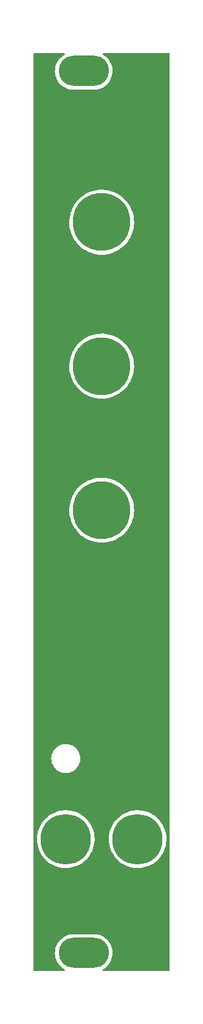
<source format=gbr>
%TF.GenerationSoftware,KiCad,Pcbnew,6.0.7+dfsg-1~bpo11+1*%
%TF.CreationDate,2022-10-26T04:05:09+08:00*%
%TF.ProjectId,MiniDelay v1.0 - Front,4d696e69-4465-46c6-9179-2076312e3020,rev?*%
%TF.SameCoordinates,Original*%
%TF.FileFunction,Copper,L1,Top*%
%TF.FilePolarity,Positive*%
%FSLAX46Y46*%
G04 Gerber Fmt 4.6, Leading zero omitted, Abs format (unit mm)*
G04 Created by KiCad (PCBNEW 6.0.7+dfsg-1~bpo11+1) date 2022-10-26 04:05:09*
%MOMM*%
%LPD*%
G01*
G04 APERTURE LIST*
%TA.AperFunction,ComponentPad*%
%ADD10C,8.000000*%
%TD*%
%TA.AperFunction,ComponentPad*%
%ADD11C,7.000000*%
%TD*%
%TA.AperFunction,ComponentPad*%
%ADD12O,7.000000X4.200000*%
%TD*%
G04 APERTURE END LIST*
D10*
%TO.P,REF\u002A\u002A,*%
%TO.N,*%
X110000000Y-84000000D03*
%TD*%
%TO.P,REF\u002A\u002A,*%
%TO.N,*%
X110000000Y-64000000D03*
%TD*%
D11*
%TO.P,REF\u002A\u002A,*%
%TO.N,*%
X105000000Y-149700000D03*
%TD*%
D12*
%TO.P,REF\u002A\u002A,*%
%TO.N,*%
X107500000Y-43000000D03*
X107500000Y-165500000D03*
%TD*%
D11*
%TO.P,REF\u002A\u002A,*%
%TO.N,*%
X115000000Y-149700000D03*
%TD*%
D10*
%TO.P,REF\u002A\u002A,*%
%TO.N,*%
X110000000Y-104000000D03*
%TD*%
%TA.AperFunction,NonConductor*%
G36*
X104794600Y-40528502D02*
G01*
X104841093Y-40582158D01*
X104851197Y-40652432D01*
X104821703Y-40717012D01*
X104792314Y-40741933D01*
X104684224Y-40808171D01*
X104600983Y-40859181D01*
X104597979Y-40861571D01*
X104597974Y-40861574D01*
X104429370Y-40995688D01*
X104351256Y-41057823D01*
X104127599Y-41285418D01*
X104125254Y-41288474D01*
X103988195Y-41467093D01*
X103933346Y-41538573D01*
X103771393Y-41813515D01*
X103644154Y-42106145D01*
X103553526Y-42412100D01*
X103500860Y-42726819D01*
X103486941Y-43045611D01*
X103511977Y-43363723D01*
X103575594Y-43676412D01*
X103676845Y-43979018D01*
X103814219Y-44267029D01*
X103985669Y-44536151D01*
X103988112Y-44539114D01*
X103988113Y-44539116D01*
X104135016Y-44717323D01*
X104188639Y-44782373D01*
X104420102Y-45002024D01*
X104676609Y-45191829D01*
X104679942Y-45193715D01*
X104679947Y-45193718D01*
X104839104Y-45283765D01*
X104954336Y-45348960D01*
X104957879Y-45350427D01*
X104957884Y-45350430D01*
X105135032Y-45423806D01*
X105249142Y-45471072D01*
X105351532Y-45499467D01*
X105552916Y-45555317D01*
X105552924Y-45555319D01*
X105556632Y-45556347D01*
X105872222Y-45603512D01*
X105875520Y-45603656D01*
X105985090Y-45608440D01*
X105985094Y-45608440D01*
X105986466Y-45608500D01*
X108981047Y-45608500D01*
X109218500Y-45593977D01*
X109222283Y-45593276D01*
X109222290Y-45593275D01*
X109375376Y-45564901D01*
X109532252Y-45535826D01*
X109742300Y-45469598D01*
X109832907Y-45441030D01*
X109832910Y-45441029D01*
X109836579Y-45439872D01*
X109840076Y-45438278D01*
X109840082Y-45438276D01*
X110123436Y-45309145D01*
X110123440Y-45309143D01*
X110126944Y-45307546D01*
X110312694Y-45193718D01*
X110395739Y-45142828D01*
X110395742Y-45142826D01*
X110399017Y-45140819D01*
X110402021Y-45138429D01*
X110402026Y-45138426D01*
X110645733Y-44944572D01*
X110648744Y-44942177D01*
X110872401Y-44714582D01*
X111009316Y-44536151D01*
X111064304Y-44464490D01*
X111064306Y-44464486D01*
X111066654Y-44461427D01*
X111228607Y-44186485D01*
X111355846Y-43893855D01*
X111446474Y-43587900D01*
X111499140Y-43273181D01*
X111513059Y-42954389D01*
X111488023Y-42636277D01*
X111424406Y-42323588D01*
X111323155Y-42020982D01*
X111185781Y-41732971D01*
X111014331Y-41463849D01*
X110867244Y-41285418D01*
X110813804Y-41220590D01*
X110813800Y-41220585D01*
X110811361Y-41217627D01*
X110579898Y-40997976D01*
X110323391Y-40808171D01*
X110320052Y-40806282D01*
X110320046Y-40806278D01*
X110210262Y-40744165D01*
X110160822Y-40693212D01*
X110146778Y-40623618D01*
X110172588Y-40557479D01*
X110230059Y-40515794D01*
X110272307Y-40508500D01*
X119365500Y-40508500D01*
X119433621Y-40528502D01*
X119480114Y-40582158D01*
X119491500Y-40634500D01*
X119491500Y-167865500D01*
X119471498Y-167933621D01*
X119417842Y-167980114D01*
X119365500Y-167991500D01*
X110273521Y-167991500D01*
X110205400Y-167971498D01*
X110158907Y-167917842D01*
X110148803Y-167847568D01*
X110178297Y-167782988D01*
X110207686Y-167758067D01*
X110395739Y-167642828D01*
X110395742Y-167642826D01*
X110399017Y-167640819D01*
X110402021Y-167638429D01*
X110402026Y-167638426D01*
X110645733Y-167444572D01*
X110648744Y-167442177D01*
X110872401Y-167214582D01*
X111009316Y-167036151D01*
X111064304Y-166964490D01*
X111064306Y-166964486D01*
X111066654Y-166961427D01*
X111228607Y-166686485D01*
X111355846Y-166393855D01*
X111446474Y-166087900D01*
X111499140Y-165773181D01*
X111513059Y-165454389D01*
X111488023Y-165136277D01*
X111424406Y-164823588D01*
X111323155Y-164520982D01*
X111185781Y-164232971D01*
X111014331Y-163963849D01*
X110867244Y-163785418D01*
X110813804Y-163720590D01*
X110813800Y-163720585D01*
X110811361Y-163717627D01*
X110579898Y-163497976D01*
X110323391Y-163308171D01*
X110320058Y-163306285D01*
X110320053Y-163306282D01*
X110122417Y-163194465D01*
X110045664Y-163151040D01*
X110042121Y-163149573D01*
X110042116Y-163149570D01*
X109823386Y-163058970D01*
X109750858Y-163028928D01*
X109648468Y-163000533D01*
X109447084Y-162944683D01*
X109447076Y-162944681D01*
X109443368Y-162943653D01*
X109127778Y-162896488D01*
X109124480Y-162896344D01*
X109014910Y-162891560D01*
X109014906Y-162891560D01*
X109013534Y-162891500D01*
X106018953Y-162891500D01*
X105781500Y-162906023D01*
X105777717Y-162906724D01*
X105777710Y-162906725D01*
X105624624Y-162935098D01*
X105467748Y-162964174D01*
X105286491Y-163021324D01*
X105167093Y-163058970D01*
X105167090Y-163058971D01*
X105163421Y-163060128D01*
X105159924Y-163061722D01*
X105159918Y-163061724D01*
X104876564Y-163190855D01*
X104876560Y-163190857D01*
X104873056Y-163192454D01*
X104869777Y-163194464D01*
X104869774Y-163194465D01*
X104684224Y-163308171D01*
X104600983Y-163359181D01*
X104597979Y-163361571D01*
X104597974Y-163361574D01*
X104429370Y-163495688D01*
X104351256Y-163557823D01*
X104127599Y-163785418D01*
X104125254Y-163788474D01*
X103988195Y-163967093D01*
X103933346Y-164038573D01*
X103771393Y-164313515D01*
X103644154Y-164606145D01*
X103553526Y-164912100D01*
X103500860Y-165226819D01*
X103486941Y-165545611D01*
X103511977Y-165863723D01*
X103575594Y-166176412D01*
X103676845Y-166479018D01*
X103814219Y-166767029D01*
X103985669Y-167036151D01*
X103988112Y-167039114D01*
X103988113Y-167039116D01*
X104135016Y-167217323D01*
X104188639Y-167282373D01*
X104420102Y-167502024D01*
X104676609Y-167691829D01*
X104679948Y-167693718D01*
X104679954Y-167693722D01*
X104789738Y-167755835D01*
X104839178Y-167806788D01*
X104853222Y-167876382D01*
X104827412Y-167942521D01*
X104769941Y-167984206D01*
X104727693Y-167991500D01*
X100634500Y-167991500D01*
X100566379Y-167971498D01*
X100519886Y-167917842D01*
X100508500Y-167865500D01*
X100508500Y-149643965D01*
X100987057Y-149643965D01*
X101000741Y-150035827D01*
X101052599Y-150424484D01*
X101142136Y-150806225D01*
X101268496Y-151177407D01*
X101430475Y-151534487D01*
X101626525Y-151874056D01*
X101628314Y-151876554D01*
X101628316Y-151876558D01*
X101728047Y-152015860D01*
X101854776Y-152192874D01*
X102113049Y-152487896D01*
X102398878Y-152756308D01*
X102709536Y-152995546D01*
X102712139Y-152997173D01*
X102712144Y-152997176D01*
X102831576Y-153071805D01*
X103042056Y-153203328D01*
X103393266Y-153377670D01*
X103759812Y-153516907D01*
X104138195Y-153619712D01*
X104436419Y-153670153D01*
X104521783Y-153684591D01*
X104521786Y-153684591D01*
X104524805Y-153685102D01*
X104679444Y-153695916D01*
X104912885Y-153712240D01*
X104912893Y-153712240D01*
X104915951Y-153712454D01*
X105168037Y-153705413D01*
X105304825Y-153701592D01*
X105304828Y-153701592D01*
X105307899Y-153701506D01*
X105310952Y-153701120D01*
X105310956Y-153701120D01*
X105452576Y-153683229D01*
X105696908Y-153652362D01*
X105699912Y-153651680D01*
X105699915Y-153651679D01*
X106076269Y-153566174D01*
X106076275Y-153566172D01*
X106079265Y-153565493D01*
X106082184Y-153564522D01*
X106448396Y-153442700D01*
X106448402Y-153442698D01*
X106451320Y-153441727D01*
X106592735Y-153378765D01*
X106806722Y-153283492D01*
X106806728Y-153283489D01*
X106809522Y-153282245D01*
X106812191Y-153280729D01*
X107147784Y-153090086D01*
X107147790Y-153090083D01*
X107150452Y-153088570D01*
X107470855Y-152862550D01*
X107767674Y-152606344D01*
X108038074Y-152322395D01*
X108279475Y-152013415D01*
X108489574Y-151682354D01*
X108666363Y-151332370D01*
X108726469Y-151177407D01*
X108807041Y-150969681D01*
X108807044Y-150969672D01*
X108808156Y-150966805D01*
X108913600Y-150589148D01*
X108981688Y-150203004D01*
X109011769Y-149812059D01*
X109013334Y-149700000D01*
X109010594Y-149643965D01*
X110987057Y-149643965D01*
X111000741Y-150035827D01*
X111052599Y-150424484D01*
X111142136Y-150806225D01*
X111268496Y-151177407D01*
X111430475Y-151534487D01*
X111626525Y-151874056D01*
X111628314Y-151876554D01*
X111628316Y-151876558D01*
X111728047Y-152015860D01*
X111854776Y-152192874D01*
X112113049Y-152487896D01*
X112398878Y-152756308D01*
X112709536Y-152995546D01*
X112712139Y-152997173D01*
X112712144Y-152997176D01*
X112831576Y-153071805D01*
X113042056Y-153203328D01*
X113393266Y-153377670D01*
X113759812Y-153516907D01*
X114138195Y-153619712D01*
X114436419Y-153670153D01*
X114521783Y-153684591D01*
X114521786Y-153684591D01*
X114524805Y-153685102D01*
X114679444Y-153695916D01*
X114912885Y-153712240D01*
X114912893Y-153712240D01*
X114915951Y-153712454D01*
X115168037Y-153705413D01*
X115304825Y-153701592D01*
X115304828Y-153701592D01*
X115307899Y-153701506D01*
X115310952Y-153701120D01*
X115310956Y-153701120D01*
X115452576Y-153683229D01*
X115696908Y-153652362D01*
X115699912Y-153651680D01*
X115699915Y-153651679D01*
X116076269Y-153566174D01*
X116076275Y-153566172D01*
X116079265Y-153565493D01*
X116082184Y-153564522D01*
X116448396Y-153442700D01*
X116448402Y-153442698D01*
X116451320Y-153441727D01*
X116592735Y-153378765D01*
X116806722Y-153283492D01*
X116806728Y-153283489D01*
X116809522Y-153282245D01*
X116812191Y-153280729D01*
X117147784Y-153090086D01*
X117147790Y-153090083D01*
X117150452Y-153088570D01*
X117470855Y-152862550D01*
X117767674Y-152606344D01*
X118038074Y-152322395D01*
X118279475Y-152013415D01*
X118489574Y-151682354D01*
X118666363Y-151332370D01*
X118726469Y-151177407D01*
X118807041Y-150969681D01*
X118807044Y-150969672D01*
X118808156Y-150966805D01*
X118913600Y-150589148D01*
X118981688Y-150203004D01*
X119011769Y-149812059D01*
X119013334Y-149700000D01*
X119010594Y-149643965D01*
X118994330Y-149311440D01*
X118994180Y-149308367D01*
X118936901Y-148920473D01*
X118842043Y-148540019D01*
X118710512Y-148170637D01*
X118543564Y-147815854D01*
X118541997Y-147813225D01*
X118541992Y-147813216D01*
X118344361Y-147481689D01*
X118342791Y-147479055D01*
X118340977Y-147476595D01*
X118340972Y-147476587D01*
X118111933Y-147165926D01*
X118111931Y-147165923D01*
X118110111Y-147163455D01*
X117847744Y-146872068D01*
X117558195Y-146607673D01*
X117244228Y-146372795D01*
X117196015Y-146343596D01*
X116911467Y-146171267D01*
X116911458Y-146171262D01*
X116908839Y-146169676D01*
X116555229Y-146000255D01*
X116552339Y-145999203D01*
X116552334Y-145999201D01*
X116189674Y-145867204D01*
X116189671Y-145867203D01*
X116186775Y-145866149D01*
X115910563Y-145795229D01*
X115809977Y-145769403D01*
X115809974Y-145769402D01*
X115806993Y-145768637D01*
X115419508Y-145708651D01*
X115028018Y-145686764D01*
X115024939Y-145686893D01*
X115024936Y-145686893D01*
X114769188Y-145697612D01*
X114636261Y-145703183D01*
X114633217Y-145703611D01*
X114633215Y-145703611D01*
X114422778Y-145733186D01*
X114247976Y-145757753D01*
X113866869Y-145849953D01*
X113496579Y-145978902D01*
X113140638Y-146143369D01*
X112802446Y-146341785D01*
X112642444Y-146458033D01*
X112487711Y-146570453D01*
X112487705Y-146570458D01*
X112485230Y-146572256D01*
X112482944Y-146574285D01*
X112482941Y-146574288D01*
X112403123Y-146645154D01*
X112192017Y-146832583D01*
X112189938Y-146834828D01*
X112189931Y-146834835D01*
X111927694Y-147118026D01*
X111925608Y-147120279D01*
X111688544Y-147432599D01*
X111483089Y-147766562D01*
X111311203Y-148118980D01*
X111174527Y-148486489D01*
X111074367Y-148865581D01*
X111011677Y-149252638D01*
X111011483Y-149255718D01*
X111011483Y-149255720D01*
X111007978Y-149311440D01*
X110987057Y-149643965D01*
X109010594Y-149643965D01*
X108994330Y-149311440D01*
X108994180Y-149308367D01*
X108936901Y-148920473D01*
X108842043Y-148540019D01*
X108710512Y-148170637D01*
X108543564Y-147815854D01*
X108541997Y-147813225D01*
X108541992Y-147813216D01*
X108344361Y-147481689D01*
X108342791Y-147479055D01*
X108340977Y-147476595D01*
X108340972Y-147476587D01*
X108111933Y-147165926D01*
X108111931Y-147165923D01*
X108110111Y-147163455D01*
X107847744Y-146872068D01*
X107558195Y-146607673D01*
X107244228Y-146372795D01*
X107196015Y-146343596D01*
X106911467Y-146171267D01*
X106911458Y-146171262D01*
X106908839Y-146169676D01*
X106555229Y-146000255D01*
X106552339Y-145999203D01*
X106552334Y-145999201D01*
X106189674Y-145867204D01*
X106189671Y-145867203D01*
X106186775Y-145866149D01*
X105910563Y-145795229D01*
X105809977Y-145769403D01*
X105809974Y-145769402D01*
X105806993Y-145768637D01*
X105419508Y-145708651D01*
X105028018Y-145686764D01*
X105024939Y-145686893D01*
X105024936Y-145686893D01*
X104769188Y-145697612D01*
X104636261Y-145703183D01*
X104633217Y-145703611D01*
X104633215Y-145703611D01*
X104422778Y-145733186D01*
X104247976Y-145757753D01*
X103866869Y-145849953D01*
X103496579Y-145978902D01*
X103140638Y-146143369D01*
X102802446Y-146341785D01*
X102642444Y-146458033D01*
X102487711Y-146570453D01*
X102487705Y-146570458D01*
X102485230Y-146572256D01*
X102482944Y-146574285D01*
X102482941Y-146574288D01*
X102403123Y-146645154D01*
X102192017Y-146832583D01*
X102189938Y-146834828D01*
X102189931Y-146834835D01*
X101927694Y-147118026D01*
X101925608Y-147120279D01*
X101688544Y-147432599D01*
X101483089Y-147766562D01*
X101311203Y-148118980D01*
X101174527Y-148486489D01*
X101074367Y-148865581D01*
X101011677Y-149252638D01*
X101011483Y-149255718D01*
X101011483Y-149255720D01*
X101007978Y-149311440D01*
X100987057Y-149643965D01*
X100508500Y-149643965D01*
X100508500Y-138478918D01*
X102986917Y-138478918D01*
X102987334Y-138486156D01*
X103002682Y-138752320D01*
X103055405Y-139021053D01*
X103056792Y-139025103D01*
X103056793Y-139025108D01*
X103142723Y-139276088D01*
X103144112Y-139280144D01*
X103173238Y-139338054D01*
X103242837Y-139476437D01*
X103267160Y-139524799D01*
X103269586Y-139528328D01*
X103269589Y-139528334D01*
X103419843Y-139746953D01*
X103422274Y-139750490D01*
X103606582Y-139953043D01*
X103816675Y-140128707D01*
X103820316Y-140130991D01*
X104045024Y-140271951D01*
X104045028Y-140271953D01*
X104048664Y-140274234D01*
X104116544Y-140304883D01*
X104294345Y-140385164D01*
X104294349Y-140385166D01*
X104298257Y-140386930D01*
X104302377Y-140388150D01*
X104302376Y-140388150D01*
X104556723Y-140463491D01*
X104556727Y-140463492D01*
X104560836Y-140464709D01*
X104565070Y-140465357D01*
X104565075Y-140465358D01*
X104827298Y-140505483D01*
X104827300Y-140505483D01*
X104831540Y-140506132D01*
X104970912Y-140508322D01*
X105101071Y-140510367D01*
X105101077Y-140510367D01*
X105105362Y-140510434D01*
X105377235Y-140477534D01*
X105642127Y-140408041D01*
X105646087Y-140406401D01*
X105646092Y-140406399D01*
X105768632Y-140355641D01*
X105895136Y-140303241D01*
X106131582Y-140165073D01*
X106347089Y-139996094D01*
X106388809Y-139953043D01*
X106534686Y-139802509D01*
X106537669Y-139799431D01*
X106540202Y-139795983D01*
X106540206Y-139795978D01*
X106697257Y-139582178D01*
X106699795Y-139578723D01*
X106727154Y-139528334D01*
X106828418Y-139341830D01*
X106828419Y-139341828D01*
X106830468Y-139338054D01*
X106927269Y-139081877D01*
X106968173Y-138903279D01*
X106987449Y-138819117D01*
X106987450Y-138819113D01*
X106988407Y-138814933D01*
X106996910Y-138719665D01*
X107012531Y-138544627D01*
X107012531Y-138544625D01*
X107012751Y-138542161D01*
X107013193Y-138500000D01*
X107011465Y-138474648D01*
X106994859Y-138231055D01*
X106994858Y-138231049D01*
X106994567Y-138226778D01*
X106939032Y-137958612D01*
X106847617Y-137700465D01*
X106722013Y-137457112D01*
X106712040Y-137442921D01*
X106567008Y-137236562D01*
X106564545Y-137233057D01*
X106378125Y-137032445D01*
X106374810Y-137029731D01*
X106374806Y-137029728D01*
X106169523Y-136861706D01*
X106166205Y-136858990D01*
X105932704Y-136715901D01*
X105928768Y-136714173D01*
X105685873Y-136607549D01*
X105685869Y-136607548D01*
X105681945Y-136605825D01*
X105418566Y-136530800D01*
X105414324Y-136530196D01*
X105414318Y-136530195D01*
X105213834Y-136501662D01*
X105147443Y-136492213D01*
X105003589Y-136491460D01*
X104877877Y-136490802D01*
X104877871Y-136490802D01*
X104873591Y-136490780D01*
X104869347Y-136491339D01*
X104869343Y-136491339D01*
X104750302Y-136507011D01*
X104602078Y-136526525D01*
X104597938Y-136527658D01*
X104597936Y-136527658D01*
X104525008Y-136547609D01*
X104337928Y-136598788D01*
X104333980Y-136600472D01*
X104089982Y-136704546D01*
X104089978Y-136704548D01*
X104086030Y-136706232D01*
X104066125Y-136718145D01*
X103854725Y-136844664D01*
X103854721Y-136844667D01*
X103851043Y-136846868D01*
X103637318Y-137018094D01*
X103448808Y-137216742D01*
X103289002Y-137439136D01*
X103160857Y-137681161D01*
X103159385Y-137685184D01*
X103159383Y-137685188D01*
X103116872Y-137801355D01*
X103066743Y-137938337D01*
X103008404Y-138205907D01*
X102986917Y-138478918D01*
X100508500Y-138478918D01*
X100508500Y-104157512D01*
X105489433Y-104157512D01*
X105489662Y-104160357D01*
X105489662Y-104160360D01*
X105517465Y-104505910D01*
X105522273Y-104565668D01*
X105591969Y-104969168D01*
X105697949Y-105364691D01*
X105839340Y-105748980D01*
X106014979Y-106118874D01*
X106132260Y-106317186D01*
X106193473Y-106420691D01*
X106223418Y-106471326D01*
X106462944Y-106803436D01*
X106731584Y-107112471D01*
X107027126Y-107395886D01*
X107029344Y-107397656D01*
X107029349Y-107397661D01*
X107187132Y-107523617D01*
X107347139Y-107651349D01*
X107349520Y-107652919D01*
X107639482Y-107844113D01*
X107688989Y-107876757D01*
X107691519Y-107878113D01*
X107691518Y-107878113D01*
X107998340Y-108042630D01*
X108049860Y-108070255D01*
X108426784Y-108230250D01*
X108429522Y-108231129D01*
X108813931Y-108354549D01*
X108813935Y-108354550D01*
X108816657Y-108355424D01*
X108819447Y-108356048D01*
X108819452Y-108356049D01*
X109213477Y-108444125D01*
X109213488Y-108444127D01*
X109216271Y-108444749D01*
X109622335Y-108497487D01*
X110031509Y-108513206D01*
X110034371Y-108513056D01*
X110034372Y-108513056D01*
X110437566Y-108491926D01*
X110437573Y-108491925D01*
X110440422Y-108491776D01*
X110443245Y-108491369D01*
X110443247Y-108491369D01*
X110842889Y-108433780D01*
X110842896Y-108433779D01*
X110845711Y-108433373D01*
X111244038Y-108338478D01*
X111246736Y-108337570D01*
X111246743Y-108337568D01*
X111629414Y-108208785D01*
X111629420Y-108208783D01*
X111632126Y-108207872D01*
X112006779Y-108042630D01*
X112364914Y-107844113D01*
X112703583Y-107613954D01*
X113019998Y-107354047D01*
X113022036Y-107352038D01*
X113022043Y-107352031D01*
X113267161Y-107110311D01*
X113311555Y-107066533D01*
X113317261Y-107059781D01*
X113574008Y-106755963D01*
X113574013Y-106755957D01*
X113575854Y-106753778D01*
X113810719Y-106418356D01*
X114014217Y-106063027D01*
X114156815Y-105751567D01*
X114183485Y-105693316D01*
X114183488Y-105693307D01*
X114184674Y-105690718D01*
X114320685Y-105304492D01*
X114421133Y-104907528D01*
X114485189Y-104503095D01*
X114512326Y-104094520D01*
X114513316Y-104000000D01*
X114494741Y-103590947D01*
X114439169Y-103185260D01*
X114347057Y-102786280D01*
X114341460Y-102769255D01*
X114220057Y-102400005D01*
X114220054Y-102399998D01*
X114219164Y-102397290D01*
X114056542Y-102021492D01*
X113860529Y-101661980D01*
X113780190Y-101541971D01*
X113634332Y-101324090D01*
X113634324Y-101324079D01*
X113632740Y-101321713D01*
X113375049Y-101003491D01*
X113196382Y-100819763D01*
X113091567Y-100711980D01*
X113091563Y-100711976D01*
X113089577Y-100709934D01*
X113087419Y-100708084D01*
X113087409Y-100708075D01*
X112780849Y-100445321D01*
X112780844Y-100445317D01*
X112778675Y-100443458D01*
X112776344Y-100441801D01*
X112776337Y-100441796D01*
X112570663Y-100295632D01*
X112444900Y-100206257D01*
X112218345Y-100074399D01*
X112093474Y-100001722D01*
X112093469Y-100001719D01*
X112091001Y-100000283D01*
X111856846Y-99891095D01*
X111722487Y-99828442D01*
X111722477Y-99828438D01*
X111719891Y-99827232D01*
X111717194Y-99826261D01*
X111337314Y-99689495D01*
X111337305Y-99689492D01*
X111334624Y-99688527D01*
X111072247Y-99620183D01*
X110941140Y-99586032D01*
X110941134Y-99586031D01*
X110938371Y-99585311D01*
X110534395Y-99518433D01*
X110531552Y-99518224D01*
X110531550Y-99518224D01*
X110128865Y-99488653D01*
X110126019Y-99488444D01*
X109956043Y-99491411D01*
X109719458Y-99495540D01*
X109719453Y-99495540D01*
X109716607Y-99495590D01*
X109713774Y-99495898D01*
X109713770Y-99495898D01*
X109384896Y-99531625D01*
X109309527Y-99539813D01*
X108908130Y-99620749D01*
X108905402Y-99621562D01*
X108905391Y-99621565D01*
X108592867Y-99714733D01*
X108515721Y-99737731D01*
X108513060Y-99738795D01*
X108513058Y-99738796D01*
X108288927Y-99828442D01*
X108135529Y-99889797D01*
X108132982Y-99891095D01*
X107773227Y-100074399D01*
X107773222Y-100074402D01*
X107770684Y-100075695D01*
X107424189Y-100293894D01*
X107098896Y-100542599D01*
X106797483Y-100819763D01*
X106522430Y-101123104D01*
X106276002Y-101450125D01*
X106060227Y-101798135D01*
X106058947Y-101800691D01*
X106058942Y-101800700D01*
X105949635Y-102018982D01*
X105876881Y-102164269D01*
X105875840Y-102166925D01*
X105875837Y-102166932D01*
X105785561Y-102397290D01*
X105727473Y-102545513D01*
X105726681Y-102548240D01*
X105726677Y-102548251D01*
X105656715Y-102789063D01*
X105613233Y-102938729D01*
X105535101Y-103340681D01*
X105493721Y-103748060D01*
X105489433Y-104157512D01*
X100508500Y-104157512D01*
X100508500Y-84157512D01*
X105489433Y-84157512D01*
X105489662Y-84160357D01*
X105489662Y-84160360D01*
X105517465Y-84505910D01*
X105522273Y-84565668D01*
X105591969Y-84969168D01*
X105697949Y-85364691D01*
X105839340Y-85748980D01*
X106014979Y-86118874D01*
X106132260Y-86317186D01*
X106193473Y-86420691D01*
X106223418Y-86471326D01*
X106462944Y-86803436D01*
X106731584Y-87112471D01*
X107027126Y-87395886D01*
X107029344Y-87397656D01*
X107029349Y-87397661D01*
X107187133Y-87523618D01*
X107347139Y-87651349D01*
X107349520Y-87652919D01*
X107639482Y-87844113D01*
X107688989Y-87876757D01*
X107691519Y-87878113D01*
X107691518Y-87878113D01*
X107998340Y-88042630D01*
X108049860Y-88070255D01*
X108426784Y-88230250D01*
X108429522Y-88231129D01*
X108813931Y-88354549D01*
X108813935Y-88354550D01*
X108816657Y-88355424D01*
X108819447Y-88356048D01*
X108819452Y-88356049D01*
X109213477Y-88444125D01*
X109213488Y-88444127D01*
X109216271Y-88444749D01*
X109622335Y-88497487D01*
X110031509Y-88513206D01*
X110034371Y-88513056D01*
X110034372Y-88513056D01*
X110437566Y-88491926D01*
X110437573Y-88491925D01*
X110440422Y-88491776D01*
X110443245Y-88491369D01*
X110443247Y-88491369D01*
X110842889Y-88433780D01*
X110842896Y-88433779D01*
X110845711Y-88433373D01*
X111244038Y-88338478D01*
X111246736Y-88337570D01*
X111246743Y-88337568D01*
X111629414Y-88208785D01*
X111629420Y-88208783D01*
X111632126Y-88207872D01*
X112006779Y-88042630D01*
X112364914Y-87844113D01*
X112703583Y-87613954D01*
X113019998Y-87354047D01*
X113022036Y-87352038D01*
X113022043Y-87352031D01*
X113267161Y-87110311D01*
X113311555Y-87066533D01*
X113317261Y-87059781D01*
X113574008Y-86755963D01*
X113574013Y-86755957D01*
X113575854Y-86753778D01*
X113810719Y-86418356D01*
X114014217Y-86063027D01*
X114156815Y-85751567D01*
X114183485Y-85693316D01*
X114183488Y-85693307D01*
X114184674Y-85690718D01*
X114320685Y-85304492D01*
X114421133Y-84907528D01*
X114485189Y-84503095D01*
X114512326Y-84094520D01*
X114513316Y-84000000D01*
X114494741Y-83590947D01*
X114439169Y-83185260D01*
X114347057Y-82786280D01*
X114341460Y-82769255D01*
X114220057Y-82400005D01*
X114220054Y-82399998D01*
X114219164Y-82397290D01*
X114056542Y-82021492D01*
X113860529Y-81661980D01*
X113780190Y-81541971D01*
X113634332Y-81324090D01*
X113634324Y-81324079D01*
X113632740Y-81321713D01*
X113375049Y-81003491D01*
X113196382Y-80819763D01*
X113091567Y-80711980D01*
X113091563Y-80711976D01*
X113089577Y-80709934D01*
X113087419Y-80708084D01*
X113087409Y-80708075D01*
X112780849Y-80445321D01*
X112780844Y-80445317D01*
X112778675Y-80443458D01*
X112776344Y-80441801D01*
X112776337Y-80441796D01*
X112570663Y-80295632D01*
X112444900Y-80206257D01*
X112218345Y-80074399D01*
X112093474Y-80001722D01*
X112093469Y-80001719D01*
X112091001Y-80000283D01*
X111856846Y-79891095D01*
X111722487Y-79828442D01*
X111722477Y-79828438D01*
X111719891Y-79827232D01*
X111717194Y-79826261D01*
X111337314Y-79689495D01*
X111337305Y-79689492D01*
X111334624Y-79688527D01*
X111072247Y-79620183D01*
X110941140Y-79586032D01*
X110941134Y-79586031D01*
X110938371Y-79585311D01*
X110534395Y-79518433D01*
X110531552Y-79518224D01*
X110531550Y-79518224D01*
X110128865Y-79488653D01*
X110126019Y-79488444D01*
X109956043Y-79491411D01*
X109719458Y-79495540D01*
X109719453Y-79495540D01*
X109716607Y-79495590D01*
X109713774Y-79495898D01*
X109713770Y-79495898D01*
X109384896Y-79531625D01*
X109309527Y-79539813D01*
X108908130Y-79620749D01*
X108905402Y-79621562D01*
X108905391Y-79621565D01*
X108592867Y-79714733D01*
X108515721Y-79737731D01*
X108513060Y-79738795D01*
X108513058Y-79738796D01*
X108288927Y-79828442D01*
X108135529Y-79889797D01*
X108132982Y-79891095D01*
X107773227Y-80074399D01*
X107773222Y-80074402D01*
X107770684Y-80075695D01*
X107424189Y-80293894D01*
X107098896Y-80542599D01*
X106797483Y-80819763D01*
X106522430Y-81123104D01*
X106276002Y-81450125D01*
X106060227Y-81798135D01*
X106058947Y-81800691D01*
X106058942Y-81800700D01*
X105949635Y-82018982D01*
X105876881Y-82164269D01*
X105875840Y-82166925D01*
X105875837Y-82166932D01*
X105785561Y-82397290D01*
X105727473Y-82545513D01*
X105726681Y-82548240D01*
X105726677Y-82548251D01*
X105656715Y-82789063D01*
X105613233Y-82938729D01*
X105535101Y-83340681D01*
X105493721Y-83748060D01*
X105489433Y-84157512D01*
X100508500Y-84157512D01*
X100508500Y-64157512D01*
X105489433Y-64157512D01*
X105489662Y-64160357D01*
X105489662Y-64160360D01*
X105517465Y-64505910D01*
X105522273Y-64565668D01*
X105591969Y-64969168D01*
X105697949Y-65364691D01*
X105839340Y-65748980D01*
X106014979Y-66118874D01*
X106132260Y-66317186D01*
X106193473Y-66420691D01*
X106223418Y-66471326D01*
X106462944Y-66803436D01*
X106731584Y-67112471D01*
X107027126Y-67395886D01*
X107029344Y-67397656D01*
X107029349Y-67397661D01*
X107187133Y-67523618D01*
X107347139Y-67651349D01*
X107349520Y-67652919D01*
X107639482Y-67844113D01*
X107688989Y-67876757D01*
X107691519Y-67878113D01*
X107691518Y-67878113D01*
X107998340Y-68042630D01*
X108049860Y-68070255D01*
X108426784Y-68230250D01*
X108429522Y-68231129D01*
X108813931Y-68354549D01*
X108813935Y-68354550D01*
X108816657Y-68355424D01*
X108819447Y-68356048D01*
X108819452Y-68356049D01*
X109213477Y-68444125D01*
X109213488Y-68444127D01*
X109216271Y-68444749D01*
X109622335Y-68497487D01*
X110031509Y-68513206D01*
X110034371Y-68513056D01*
X110034372Y-68513056D01*
X110437566Y-68491926D01*
X110437573Y-68491925D01*
X110440422Y-68491776D01*
X110443245Y-68491369D01*
X110443247Y-68491369D01*
X110842889Y-68433780D01*
X110842896Y-68433779D01*
X110845711Y-68433373D01*
X111244038Y-68338478D01*
X111246736Y-68337570D01*
X111246743Y-68337568D01*
X111629414Y-68208785D01*
X111629420Y-68208783D01*
X111632126Y-68207872D01*
X112006779Y-68042630D01*
X112364914Y-67844113D01*
X112703583Y-67613954D01*
X113019998Y-67354047D01*
X113022036Y-67352038D01*
X113022043Y-67352031D01*
X113267161Y-67110311D01*
X113311555Y-67066533D01*
X113317261Y-67059781D01*
X113574008Y-66755963D01*
X113574013Y-66755957D01*
X113575854Y-66753778D01*
X113810719Y-66418356D01*
X114014217Y-66063027D01*
X114156815Y-65751567D01*
X114183485Y-65693316D01*
X114183488Y-65693307D01*
X114184674Y-65690718D01*
X114320685Y-65304492D01*
X114421133Y-64907528D01*
X114485189Y-64503095D01*
X114512326Y-64094520D01*
X114513316Y-64000000D01*
X114494741Y-63590947D01*
X114439169Y-63185260D01*
X114347057Y-62786280D01*
X114341460Y-62769255D01*
X114220057Y-62400005D01*
X114220054Y-62399998D01*
X114219164Y-62397290D01*
X114056542Y-62021492D01*
X113860529Y-61661980D01*
X113780190Y-61541971D01*
X113634332Y-61324090D01*
X113634324Y-61324079D01*
X113632740Y-61321713D01*
X113375049Y-61003491D01*
X113196382Y-60819763D01*
X113091567Y-60711980D01*
X113091563Y-60711976D01*
X113089577Y-60709934D01*
X113087419Y-60708084D01*
X113087409Y-60708075D01*
X112780849Y-60445321D01*
X112780844Y-60445317D01*
X112778675Y-60443458D01*
X112776344Y-60441801D01*
X112776337Y-60441796D01*
X112570663Y-60295632D01*
X112444900Y-60206257D01*
X112218345Y-60074399D01*
X112093474Y-60001722D01*
X112093469Y-60001719D01*
X112091001Y-60000283D01*
X111856846Y-59891095D01*
X111722487Y-59828442D01*
X111722477Y-59828438D01*
X111719891Y-59827232D01*
X111717194Y-59826261D01*
X111337314Y-59689495D01*
X111337305Y-59689492D01*
X111334624Y-59688527D01*
X111072247Y-59620183D01*
X110941140Y-59586032D01*
X110941134Y-59586031D01*
X110938371Y-59585311D01*
X110534395Y-59518433D01*
X110531552Y-59518224D01*
X110531550Y-59518224D01*
X110128865Y-59488653D01*
X110126019Y-59488444D01*
X109956043Y-59491411D01*
X109719458Y-59495540D01*
X109719453Y-59495540D01*
X109716607Y-59495590D01*
X109713774Y-59495898D01*
X109713770Y-59495898D01*
X109384896Y-59531625D01*
X109309527Y-59539813D01*
X108908130Y-59620749D01*
X108905402Y-59621562D01*
X108905391Y-59621565D01*
X108592867Y-59714733D01*
X108515721Y-59737731D01*
X108513060Y-59738795D01*
X108513058Y-59738796D01*
X108288927Y-59828442D01*
X108135529Y-59889797D01*
X108132982Y-59891095D01*
X107773227Y-60074399D01*
X107773222Y-60074402D01*
X107770684Y-60075695D01*
X107424189Y-60293894D01*
X107098896Y-60542599D01*
X106797483Y-60819763D01*
X106522430Y-61123104D01*
X106276002Y-61450125D01*
X106060227Y-61798135D01*
X106058947Y-61800691D01*
X106058942Y-61800700D01*
X105949635Y-62018982D01*
X105876881Y-62164269D01*
X105875840Y-62166925D01*
X105875837Y-62166932D01*
X105785561Y-62397290D01*
X105727473Y-62545513D01*
X105726681Y-62548240D01*
X105726677Y-62548251D01*
X105656715Y-62789063D01*
X105613233Y-62938729D01*
X105535101Y-63340681D01*
X105493721Y-63748060D01*
X105489433Y-64157512D01*
X100508500Y-64157512D01*
X100508500Y-40634500D01*
X100528502Y-40566379D01*
X100582158Y-40519886D01*
X100634500Y-40508500D01*
X104726479Y-40508500D01*
X104794600Y-40528502D01*
G37*
%TD.AperFunction*%
M02*

</source>
